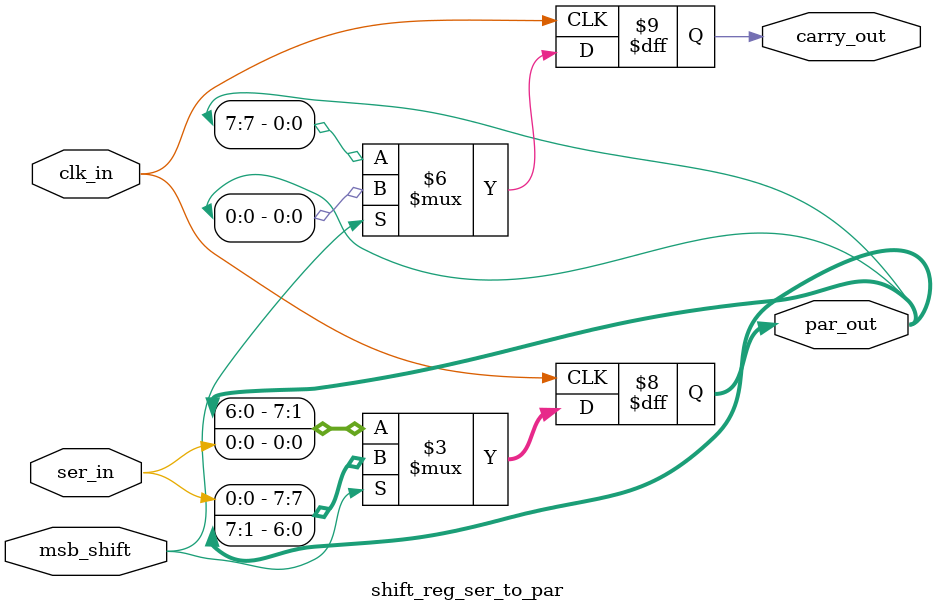
<source format=sv>
`timescale 1ns / 1ps


module shift_reg_ser_to_par(
    input logic ser_in, clk_in, msb_shift,
    output logic [7:0]par_out,
    output logic carry_out
    );
    always_ff @(posedge clk_in)
    begin
        if(msb_shift)
        begin
            carry_out <= par_out[0];
            par_out <= {ser_in, par_out[7:1]};
        end
        else
        begin
            carry_out <= par_out[7];
            par_out <= {par_out[6:0], ser_in};
        end
    end
endmodule

</source>
